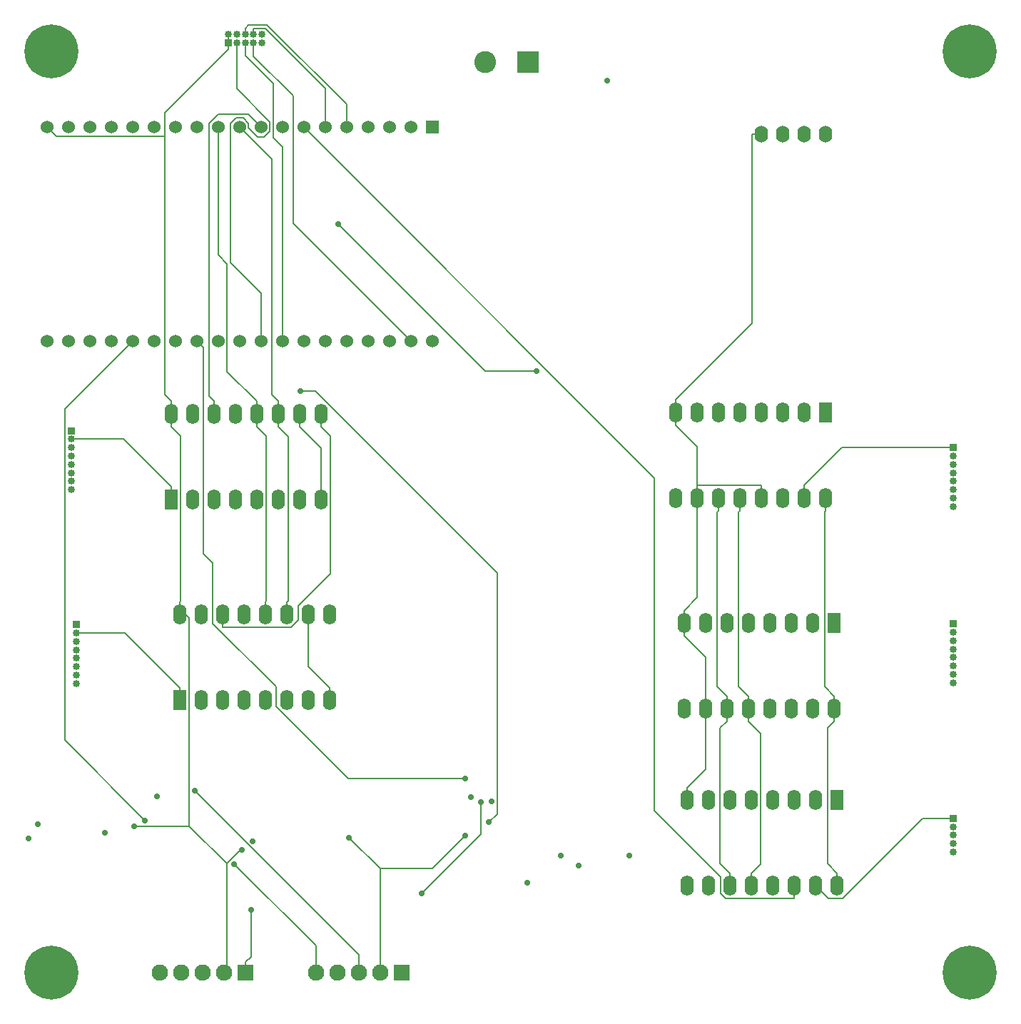
<source format=gbr>
%TF.GenerationSoftware,KiCad,Pcbnew,7.0.10*%
%TF.CreationDate,2024-02-03T22:52:17+05:30*%
%TF.ProjectId,ControlUnit,436f6e74-726f-46c5-956e-69742e6b6963,rev?*%
%TF.SameCoordinates,Original*%
%TF.FileFunction,Copper,L3,Inr*%
%TF.FilePolarity,Positive*%
%FSLAX46Y46*%
G04 Gerber Fmt 4.6, Leading zero omitted, Abs format (unit mm)*
G04 Created by KiCad (PCBNEW 7.0.10) date 2024-02-03 22:52:17*
%MOMM*%
%LPD*%
G01*
G04 APERTURE LIST*
%TA.AperFunction,ComponentPad*%
%ADD10R,1.600000X2.400000*%
%TD*%
%TA.AperFunction,ComponentPad*%
%ADD11O,1.600000X2.400000*%
%TD*%
%TA.AperFunction,ComponentPad*%
%ADD12C,1.930400*%
%TD*%
%TA.AperFunction,ComponentPad*%
%ADD13R,1.930400X1.930400*%
%TD*%
%TA.AperFunction,ComponentPad*%
%ADD14R,1.530000X1.530000*%
%TD*%
%TA.AperFunction,ComponentPad*%
%ADD15C,1.530000*%
%TD*%
%TA.AperFunction,ComponentPad*%
%ADD16R,0.850000X0.850000*%
%TD*%
%TA.AperFunction,ComponentPad*%
%ADD17O,0.850000X0.850000*%
%TD*%
%TA.AperFunction,ComponentPad*%
%ADD18C,0.800000*%
%TD*%
%TA.AperFunction,ComponentPad*%
%ADD19C,6.400000*%
%TD*%
%TA.AperFunction,ComponentPad*%
%ADD20O,1.600000X2.000000*%
%TD*%
%TA.AperFunction,ComponentPad*%
%ADD21R,2.600000X2.600000*%
%TD*%
%TA.AperFunction,ComponentPad*%
%ADD22C,2.600000*%
%TD*%
%TA.AperFunction,ViaPad*%
%ADD23C,0.700000*%
%TD*%
%TA.AperFunction,Conductor*%
%ADD24C,0.200000*%
%TD*%
G04 APERTURE END LIST*
D10*
%TO.N,Net-(J3-Pin_2)*%
%TO.C,U6*%
X179240000Y-133840000D03*
D11*
%TO.N,Net-(J3-Pin_3)*%
X176700000Y-133840000D03*
%TO.N,Net-(J3-Pin_4)*%
X174160000Y-133840000D03*
%TO.N,Net-(J3-Pin_5)*%
X171620000Y-133840000D03*
%TO.N,unconnected-(U6-QF-Pad5)*%
X169080000Y-133840000D03*
%TO.N,unconnected-(U6-QG-Pad6)*%
X166540000Y-133840000D03*
%TO.N,unconnected-(U6-QH-Pad7)*%
X164000000Y-133840000D03*
%TO.N,GND*%
X161460000Y-133840000D03*
%TO.N,unconnected-(U6-QH'-Pad9)*%
X161460000Y-144000000D03*
%TO.N,GND*%
X164000000Y-144000000D03*
%TO.N,/CLATCH_PIN*%
X166540000Y-144000000D03*
%TO.N,/CCLOCK_PIN*%
X169080000Y-144000000D03*
%TO.N,GND*%
X171620000Y-144000000D03*
%TO.N,/CD_PIN*%
X174160000Y-144000000D03*
%TO.N,Net-(J3-Pin_1)*%
X176700000Y-144000000D03*
%TO.N,+5V*%
X179240000Y-144000000D03*
%TD*%
D12*
%TO.N,Net-(D3C-A)*%
%TO.C,U5*%
X98920000Y-154302900D03*
%TO.N,Net-(D3B-A)*%
X101460000Y-154302900D03*
D13*
%TO.N,GND*%
X109080000Y-154302900D03*
D12*
%TO.N,Net-(D3A-A)*%
X104000000Y-154302900D03*
%TO.N,+5V*%
X106540000Y-154302900D03*
%TD*%
D14*
%TO.N,+3.3V*%
%TO.C,U1*%
X131200000Y-54000000D03*
D15*
%TO.N,unconnected-(U1-EN-Pad2)*%
X128660000Y-54000000D03*
%TO.N,unconnected-(U1-SENSOR_VP-Pad3)*%
X126120000Y-54000000D03*
%TO.N,unconnected-(U1-SENSOR_VN-Pad4)*%
X123580000Y-54000000D03*
%TO.N,/GPIO34*%
X121040000Y-54000000D03*
%TO.N,/GPIO35*%
X118500000Y-54000000D03*
%TO.N,/CD_PIN*%
X115960000Y-54000000D03*
%TO.N,/GPIO33*%
X113420000Y-54000000D03*
%TO.N,/DATA_A*%
X110880000Y-54000000D03*
%TO.N,/LATCH_PIN*%
X108340000Y-54000000D03*
%TO.N,/CLOCK_PIN*%
X105800000Y-54000000D03*
%TO.N,/CLATCH_PIN*%
X103260000Y-54000000D03*
%TO.N,/DATA_B*%
X100720000Y-54000000D03*
%TO.N,unconnected-(U1-GND1-Pad14)*%
X98180000Y-54000000D03*
%TO.N,/LED_BUILT_IN*%
X95640000Y-54000000D03*
%TO.N,unconnected-(U1-SD2-Pad16)*%
X93100000Y-54000000D03*
%TO.N,unconnected-(U1-SD3-Pad17)*%
X90560000Y-54000000D03*
%TO.N,unconnected-(U1-CMD-Pad18)*%
X88020000Y-54000000D03*
%TO.N,+5V*%
X85480000Y-54000000D03*
%TO.N,unconnected-(U1-CLK-Pad20)*%
X85480000Y-79400000D03*
%TO.N,unconnected-(U1-SD0-Pad21)*%
X88020000Y-79400000D03*
%TO.N,unconnected-(U1-SD1-Pad22)*%
X90560000Y-79400000D03*
%TO.N,/OUTPUTA*%
X93100000Y-79400000D03*
%TO.N,/OUTPUTB*%
X95640000Y-79400000D03*
%TO.N,/SELECT_SW*%
X98180000Y-79400000D03*
%TO.N,/CCLOCK_PIN*%
X100720000Y-79400000D03*
%TO.N,/CLK*%
X103260000Y-79400000D03*
%TO.N,/DT*%
X105800000Y-79400000D03*
%TO.N,/SW*%
X108340000Y-79400000D03*
%TO.N,/GPIO18*%
X110880000Y-79400000D03*
%TO.N,/GPIO19*%
X113420000Y-79400000D03*
%TO.N,unconnected-(U1-GND2-Pad32)*%
X115960000Y-79400000D03*
%TO.N,/SDA*%
X118500000Y-79400000D03*
%TO.N,unconnected-(U1-RXD0-Pad34)*%
X121040000Y-79400000D03*
%TO.N,unconnected-(U1-TXD0-Pad35)*%
X123580000Y-79400000D03*
%TO.N,/SCK*%
X126120000Y-79400000D03*
%TO.N,/GPIO23*%
X128660000Y-79400000D03*
%TO.N,GND*%
X131200000Y-79400000D03*
%TD*%
D16*
%TO.N,Net-(J7-Pin_1)*%
%TO.C,J7*%
X193000000Y-92000000D03*
D17*
%TO.N,Net-(J7-Pin_2)*%
X193000000Y-93000000D03*
%TO.N,Net-(J7-Pin_3)*%
X193000000Y-94000000D03*
%TO.N,Net-(J7-Pin_4)*%
X193000000Y-95000000D03*
%TO.N,Net-(J7-Pin_5)*%
X193000000Y-96000000D03*
%TO.N,Net-(J7-Pin_6)*%
X193000000Y-97000000D03*
%TO.N,Net-(J7-Pin_7)*%
X193000000Y-98000000D03*
%TO.N,Net-(J7-Pin_8)*%
X193000000Y-99000000D03*
%TD*%
D16*
%TO.N,Net-(J8-Pin_1)*%
%TO.C,J8*%
X89000000Y-113000000D03*
D17*
%TO.N,Net-(J8-Pin_2)*%
X89000000Y-114000000D03*
%TO.N,Net-(J8-Pin_3)*%
X89000000Y-115000000D03*
%TO.N,Net-(J8-Pin_4)*%
X89000000Y-116000000D03*
%TO.N,Net-(J8-Pin_5)*%
X89000000Y-117000000D03*
%TO.N,Net-(J8-Pin_6)*%
X89000000Y-118000000D03*
%TO.N,Net-(J8-Pin_7)*%
X89000000Y-119000000D03*
%TO.N,Net-(J8-Pin_8)*%
X89000000Y-120000000D03*
%TD*%
D16*
%TO.N,Net-(J9-Pin_1)*%
%TO.C,J9*%
X88350000Y-90000000D03*
D17*
%TO.N,Net-(J9-Pin_2)*%
X88350000Y-91000000D03*
%TO.N,Net-(J9-Pin_3)*%
X88350000Y-92000000D03*
%TO.N,Net-(J9-Pin_4)*%
X88350000Y-93000000D03*
%TO.N,Net-(J9-Pin_5)*%
X88350000Y-94000000D03*
%TO.N,Net-(J9-Pin_6)*%
X88350000Y-95000000D03*
%TO.N,Net-(J9-Pin_7)*%
X88350000Y-96000000D03*
%TO.N,Net-(J9-Pin_8)*%
X88350000Y-97000000D03*
%TD*%
D16*
%TO.N,Net-(J10-Pin_1)*%
%TO.C,J10*%
X193000000Y-112915000D03*
D17*
%TO.N,Net-(J10-Pin_2)*%
X193000000Y-113915000D03*
%TO.N,Net-(J10-Pin_3)*%
X193000000Y-114915000D03*
%TO.N,Net-(J10-Pin_4)*%
X193000000Y-115915000D03*
%TO.N,Net-(J10-Pin_5)*%
X193000000Y-116915000D03*
%TO.N,Net-(J10-Pin_6)*%
X193000000Y-117915000D03*
%TO.N,Net-(J10-Pin_7)*%
X193000000Y-118915000D03*
%TO.N,Net-(J10-Pin_8)*%
X193000000Y-119915000D03*
%TD*%
D18*
%TO.N,GND*%
%TO.C,H4*%
X83600000Y-154302900D03*
X84302944Y-152605844D03*
X84302944Y-155999956D03*
X86000000Y-151902900D03*
D19*
X86000000Y-154302900D03*
D18*
X86000000Y-156702900D03*
X87697056Y-152605844D03*
X87697056Y-155999956D03*
X88400000Y-154302900D03*
%TD*%
D10*
%TO.N,Net-(J10-Pin_2)*%
%TO.C,U10*%
X178875000Y-112840000D03*
D11*
%TO.N,Net-(J10-Pin_3)*%
X176335000Y-112840000D03*
%TO.N,Net-(J10-Pin_4)*%
X173795000Y-112840000D03*
%TO.N,Net-(J10-Pin_5)*%
X171255000Y-112840000D03*
%TO.N,Net-(J10-Pin_6)*%
X168715000Y-112840000D03*
%TO.N,Net-(J10-Pin_7)*%
X166175000Y-112840000D03*
%TO.N,Net-(J10-Pin_8)*%
X163635000Y-112840000D03*
%TO.N,GND*%
X161095000Y-112840000D03*
%TO.N,unconnected-(U10-QH'-Pad9)*%
X161095000Y-123000000D03*
%TO.N,GND*%
X163635000Y-123000000D03*
%TO.N,/CLATCH_PIN*%
X166175000Y-123000000D03*
%TO.N,/CCLOCK_PIN*%
X168715000Y-123000000D03*
%TO.N,GND*%
X171255000Y-123000000D03*
%TO.N,Net-(U10-SER)*%
X173795000Y-123000000D03*
%TO.N,Net-(J10-Pin_1)*%
X176335000Y-123000000D03*
%TO.N,+5V*%
X178875000Y-123000000D03*
%TD*%
D18*
%TO.N,GND*%
%TO.C,H1*%
X83600000Y-45000000D03*
X84302944Y-43302944D03*
X84302944Y-46697056D03*
X86000000Y-42600000D03*
D19*
X86000000Y-45000000D03*
D18*
X86000000Y-47400000D03*
X87697056Y-43302944D03*
X87697056Y-46697056D03*
X88400000Y-45000000D03*
%TD*%
D20*
%TO.N,GND*%
%TO.C,Brd1*%
X170280000Y-54800000D03*
%TO.N,+3.3V*%
X172820000Y-54800000D03*
%TO.N,/SCK*%
X175360000Y-54800000D03*
%TO.N,/SDA*%
X177900000Y-54800000D03*
%TD*%
D16*
%TO.N,+5V*%
%TO.C,J4*%
X107000000Y-44000000D03*
D17*
X107000000Y-43000000D03*
%TO.N,/GPIO18*%
X108000000Y-44000000D03*
%TO.N,/GPIO33*%
X108000000Y-43000000D03*
%TO.N,/GPIO19*%
X109000000Y-44000000D03*
%TO.N,/GPIO34*%
X109000000Y-43000000D03*
%TO.N,/GPIO23*%
X110000000Y-44000000D03*
%TO.N,/GPIO35*%
X110000000Y-43000000D03*
%TO.N,GND*%
X111000000Y-44000000D03*
X111000000Y-43000000D03*
%TD*%
D18*
%TO.N,GND*%
%TO.C,H3*%
X192600000Y-154302900D03*
X193302944Y-152605844D03*
X193302944Y-155999956D03*
X195000000Y-151902900D03*
D19*
X195000000Y-154302900D03*
D18*
X195000000Y-156702900D03*
X196697056Y-152605844D03*
X196697056Y-155999956D03*
X197400000Y-154302900D03*
%TD*%
%TO.N,GND*%
%TO.C,H2*%
X192600000Y-45000000D03*
X193302944Y-43302944D03*
X193302944Y-46697056D03*
X195000000Y-42600000D03*
D19*
X195000000Y-45000000D03*
D18*
X195000000Y-47400000D03*
X196697056Y-43302944D03*
X196697056Y-46697056D03*
X197400000Y-45000000D03*
%TD*%
D10*
%TO.N,Net-(J8-Pin_2)*%
%TO.C,U8*%
X101220000Y-122000000D03*
D11*
%TO.N,Net-(J8-Pin_3)*%
X103760000Y-122000000D03*
%TO.N,Net-(J8-Pin_4)*%
X106300000Y-122000000D03*
%TO.N,Net-(J8-Pin_5)*%
X108840000Y-122000000D03*
%TO.N,Net-(J8-Pin_6)*%
X111380000Y-122000000D03*
%TO.N,Net-(J8-Pin_7)*%
X113920000Y-122000000D03*
%TO.N,Net-(J8-Pin_8)*%
X116460000Y-122000000D03*
%TO.N,GND*%
X119000000Y-122000000D03*
%TO.N,unconnected-(U8-QH'-Pad9)*%
X119000000Y-111840000D03*
%TO.N,GND*%
X116460000Y-111840000D03*
%TO.N,/LATCH_PIN*%
X113920000Y-111840000D03*
%TO.N,/CLOCK_PIN*%
X111380000Y-111840000D03*
%TO.N,GND*%
X108840000Y-111840000D03*
%TO.N,Net-(U7-QH')*%
X106300000Y-111840000D03*
%TO.N,Net-(J8-Pin_1)*%
X103760000Y-111840000D03*
%TO.N,+5V*%
X101220000Y-111840000D03*
%TD*%
D10*
%TO.N,Net-(J7-Pin_2)*%
%TO.C,U9*%
X177875000Y-87840000D03*
D11*
%TO.N,Net-(J7-Pin_3)*%
X175335000Y-87840000D03*
%TO.N,Net-(J7-Pin_4)*%
X172795000Y-87840000D03*
%TO.N,Net-(J7-Pin_5)*%
X170255000Y-87840000D03*
%TO.N,Net-(J7-Pin_6)*%
X167715000Y-87840000D03*
%TO.N,Net-(J7-Pin_7)*%
X165175000Y-87840000D03*
%TO.N,Net-(J7-Pin_8)*%
X162635000Y-87840000D03*
%TO.N,GND*%
X160095000Y-87840000D03*
%TO.N,Net-(U10-SER)*%
X160095000Y-98000000D03*
%TO.N,GND*%
X162635000Y-98000000D03*
%TO.N,/CLATCH_PIN*%
X165175000Y-98000000D03*
%TO.N,/CCLOCK_PIN*%
X167715000Y-98000000D03*
%TO.N,GND*%
X170255000Y-98000000D03*
%TO.N,/DATA_B*%
X172795000Y-98000000D03*
%TO.N,Net-(J7-Pin_1)*%
X175335000Y-98000000D03*
%TO.N,+5V*%
X177875000Y-98000000D03*
%TD*%
D10*
%TO.N,Net-(J9-Pin_2)*%
%TO.C,U7*%
X100220000Y-98160000D03*
D11*
%TO.N,Net-(J9-Pin_3)*%
X102760000Y-98160000D03*
%TO.N,Net-(J9-Pin_4)*%
X105300000Y-98160000D03*
%TO.N,Net-(J9-Pin_5)*%
X107840000Y-98160000D03*
%TO.N,Net-(J9-Pin_6)*%
X110380000Y-98160000D03*
%TO.N,Net-(J9-Pin_7)*%
X112920000Y-98160000D03*
%TO.N,Net-(J9-Pin_8)*%
X115460000Y-98160000D03*
%TO.N,GND*%
X118000000Y-98160000D03*
%TO.N,Net-(U7-QH')*%
X118000000Y-88000000D03*
%TO.N,GND*%
X115460000Y-88000000D03*
%TO.N,/LATCH_PIN*%
X112920000Y-88000000D03*
%TO.N,/CLOCK_PIN*%
X110380000Y-88000000D03*
%TO.N,GND*%
X107840000Y-88000000D03*
%TO.N,/DATA_A*%
X105300000Y-88000000D03*
%TO.N,Net-(J9-Pin_1)*%
X102760000Y-88000000D03*
%TO.N,+5V*%
X100220000Y-88000000D03*
%TD*%
D16*
%TO.N,Net-(J3-Pin_1)*%
%TO.C,J3*%
X193000000Y-136000000D03*
D17*
%TO.N,Net-(J3-Pin_2)*%
X193000000Y-137000000D03*
%TO.N,Net-(J3-Pin_3)*%
X193000000Y-138000000D03*
%TO.N,Net-(J3-Pin_4)*%
X193000000Y-139000000D03*
%TO.N,Net-(J3-Pin_5)*%
X193000000Y-140000000D03*
%TD*%
D12*
%TO.N,Net-(D2C-A)*%
%TO.C,U17*%
X117380000Y-154302900D03*
%TO.N,Net-(D2B-A)*%
X119920000Y-154302900D03*
D13*
%TO.N,GND*%
X127540000Y-154302900D03*
D12*
%TO.N,Net-(D2A-A)*%
X122460000Y-154302900D03*
%TO.N,+5V*%
X125000000Y-154302900D03*
%TD*%
D21*
%TO.N,+5V*%
%TO.C,J2*%
X142545000Y-46305000D03*
D22*
%TO.N,GND*%
X137465000Y-46305000D03*
%TD*%
D23*
%TO.N,GND*%
X109706800Y-146816500D03*
%TO.N,/DT*%
X137931200Y-136474600D03*
X115529900Y-85272300D03*
%TO.N,/CLK*%
X135135600Y-131272500D03*
%TO.N,/SELECT_SW*%
X84400000Y-136705100D03*
%TO.N,/OUTPUTB*%
X97140800Y-136239500D03*
%TO.N,/CLATCH_PIN*%
X120066700Y-65507000D03*
X143542300Y-82944000D03*
%TO.N,/LED_BUILT_IN*%
X152002300Y-48435000D03*
%TO.N,Net-(D3C-A)*%
X154561900Y-140390600D03*
X135800600Y-133514700D03*
%TO.N,Net-(D3B-A)*%
X142452500Y-143599500D03*
%TO.N,Net-(D3A-A)*%
X129960900Y-144885700D03*
X136963700Y-134051700D03*
%TO.N,Net-(D2C-A)*%
X107679800Y-141397300D03*
%TO.N,Net-(D2A-A)*%
X103020800Y-132748900D03*
X92345700Y-137723700D03*
%TO.N,Net-(D3C-K)*%
X138273200Y-133956000D03*
X148617600Y-141591100D03*
%TO.N,Net-(D2C-K)*%
X98503000Y-133406100D03*
X109926200Y-138726800D03*
%TO.N,+5V*%
X108620300Y-139734300D03*
X95829700Y-136904100D03*
X83335800Y-138377200D03*
X121345500Y-138306100D03*
X135143800Y-138080100D03*
X146484400Y-140399900D03*
%TD*%
D24*
%TO.N,GND*%
X196697100Y-45702900D02*
X196697100Y-46697100D01*
X197400000Y-45000000D02*
X196697100Y-45702900D01*
X196697100Y-44297100D02*
X196697100Y-43302900D01*
X197400000Y-45000000D02*
X196697100Y-44297100D01*
X196697100Y-155005800D02*
X196697100Y-156000000D01*
X197400000Y-154302900D02*
X196697100Y-155005800D01*
X196697100Y-153600000D02*
X196697100Y-152605800D01*
X197400000Y-154302900D02*
X196697100Y-153600000D01*
X193302900Y-155005800D02*
X193302900Y-156000000D01*
X192600000Y-154302900D02*
X193302900Y-155005800D01*
X87697100Y-45702900D02*
X87697100Y-46697100D01*
X88400000Y-45000000D02*
X87697100Y-45702900D01*
X87697100Y-44297100D02*
X87697100Y-43302900D01*
X88400000Y-45000000D02*
X87697100Y-44297100D01*
X84302900Y-45702900D02*
X84302900Y-46697100D01*
X83600000Y-45000000D02*
X84302900Y-45702900D01*
X87697100Y-155005800D02*
X87697100Y-156000000D01*
X88400000Y-154302900D02*
X87697100Y-155005800D01*
X87697100Y-153600000D02*
X87697100Y-152605800D01*
X88400000Y-154302900D02*
X87697100Y-153600000D01*
X84302900Y-155005800D02*
X84302900Y-156000000D01*
X83600000Y-154302900D02*
X84302900Y-155005800D01*
X160095000Y-87840000D02*
X160095000Y-89341900D01*
X161095000Y-112840000D02*
X161095000Y-114341900D01*
X163635000Y-116881900D02*
X163635000Y-123000000D01*
X161095000Y-114341900D02*
X163635000Y-116881900D01*
X163635000Y-130163100D02*
X161460000Y-132338100D01*
X163635000Y-123000000D02*
X163635000Y-130163100D01*
X161460000Y-133840000D02*
X161460000Y-132338100D01*
X169178100Y-77255000D02*
X160095000Y-86338100D01*
X169178100Y-54800000D02*
X169178100Y-77255000D01*
X170280000Y-54800000D02*
X169178100Y-54800000D01*
X160095000Y-87840000D02*
X160095000Y-86338100D01*
X83600000Y-153308700D02*
X83600000Y-154302900D01*
X84302900Y-152605800D02*
X83600000Y-153308700D01*
X83600000Y-44005800D02*
X83600000Y-45000000D01*
X84302900Y-43302900D02*
X83600000Y-44005800D01*
X115460000Y-88000000D02*
X115460000Y-89501900D01*
X116460100Y-113341900D02*
X116460000Y-113341900D01*
X116460100Y-117958200D02*
X116460100Y-113341900D01*
X119000000Y-120498100D02*
X116460100Y-117958200D01*
X119000000Y-122000000D02*
X119000000Y-120498100D01*
X116460000Y-111840000D02*
X116460000Y-113341900D01*
X85005800Y-156702900D02*
X84302900Y-156000000D01*
X86000000Y-156702900D02*
X85005800Y-156702900D01*
X170255000Y-98000000D02*
X170255000Y-96498100D01*
X162635000Y-96498100D02*
X170255000Y-96498100D01*
X162635000Y-91881900D02*
X162635000Y-96498100D01*
X160095000Y-89341900D02*
X162635000Y-91881900D01*
X109706800Y-152409000D02*
X109706800Y-146816500D01*
X109080000Y-153035800D02*
X109706800Y-152409000D01*
X109080000Y-154302900D02*
X109080000Y-153035800D01*
X118000000Y-92041900D02*
X118000000Y-98160000D01*
X115460000Y-89501900D02*
X118000000Y-92041900D01*
X162635000Y-96498100D02*
X162635000Y-98000000D01*
X162635000Y-109798100D02*
X161095000Y-111338100D01*
X162635000Y-98000000D02*
X162635000Y-109798100D01*
X161095000Y-112840000D02*
X161095000Y-111338100D01*
%TO.N,Net-(U7-QH')*%
X114416800Y-113341900D02*
X106300000Y-113341900D01*
X115276400Y-112482300D02*
X114416800Y-113341900D01*
X115276400Y-110823400D02*
X115276400Y-112482300D01*
X119131300Y-106968500D02*
X115276400Y-110823400D01*
X119131300Y-90633200D02*
X119131300Y-106968500D01*
X118000000Y-89501900D02*
X119131300Y-90633200D01*
X118000000Y-88000000D02*
X118000000Y-89501900D01*
X106300000Y-111840000D02*
X106300000Y-113341900D01*
%TO.N,/DT*%
X138929700Y-135476100D02*
X137931200Y-136474600D01*
X138929700Y-106896400D02*
X138929700Y-135476100D01*
X117305600Y-85272300D02*
X138929700Y-106896400D01*
X115529900Y-85272300D02*
X117305600Y-85272300D01*
%TO.N,/CLK*%
X121216200Y-131272500D02*
X135135600Y-131272500D01*
X112650000Y-122706300D02*
X121216200Y-131272500D01*
X112650000Y-120390200D02*
X112650000Y-122706300D01*
X105171700Y-112911900D02*
X112650000Y-120390200D01*
X105171700Y-105741900D02*
X105171700Y-112911900D01*
X104030000Y-104600200D02*
X105171700Y-105741900D01*
X104030000Y-80170000D02*
X104030000Y-104600200D01*
X103260000Y-79400000D02*
X104030000Y-80170000D01*
%TO.N,/CCLOCK_PIN*%
X170183200Y-141394900D02*
X169080000Y-142498100D01*
X170183200Y-125970100D02*
X170183200Y-141394900D01*
X168715000Y-124501900D02*
X170183200Y-125970100D01*
X168715000Y-123000000D02*
X168715000Y-124501900D01*
X169080000Y-144000000D02*
X169080000Y-142498100D01*
X167580100Y-120363200D02*
X168715000Y-121498100D01*
X167580100Y-99636800D02*
X167580100Y-120363200D01*
X167715000Y-99501900D02*
X167580100Y-99636800D01*
X167715000Y-98000000D02*
X167715000Y-99501900D01*
X168715000Y-123000000D02*
X168715000Y-121498100D01*
%TO.N,/OUTPUTB*%
X87583600Y-126682300D02*
X97140800Y-136239500D01*
X87583600Y-87456400D02*
X87583600Y-126682300D01*
X95640000Y-79400000D02*
X87583600Y-87456400D01*
%TO.N,/CLATCH_PIN*%
X165383200Y-141341300D02*
X166540000Y-142498100D01*
X165383200Y-125293700D02*
X165383200Y-141341300D01*
X166175000Y-124501900D02*
X165383200Y-125293700D01*
X166175000Y-123000000D02*
X166175000Y-124501900D01*
X166540000Y-144000000D02*
X166540000Y-142498100D01*
X165040100Y-120363200D02*
X166175000Y-121498100D01*
X165040100Y-99636800D02*
X165040100Y-120363200D01*
X165175000Y-99501900D02*
X165040100Y-99636800D01*
X165175000Y-98000000D02*
X165175000Y-99501900D01*
X166175000Y-123000000D02*
X166175000Y-121498100D01*
X137503700Y-82944000D02*
X143542300Y-82944000D01*
X120066700Y-65507000D02*
X137503700Y-82944000D01*
%TO.N,/CLOCK_PIN*%
X111380000Y-111840000D02*
X111380000Y-110338100D01*
X110380000Y-88750900D02*
X110380000Y-89501900D01*
X110380000Y-88750900D02*
X110380000Y-88000000D01*
X110380000Y-88000000D02*
X110380000Y-86498100D01*
X111515000Y-90636900D02*
X110380000Y-89501900D01*
X111515000Y-110203100D02*
X111515000Y-90636900D01*
X111380000Y-110338100D02*
X111515000Y-110203100D01*
X106868400Y-82986500D02*
X110380000Y-86498100D01*
X106868400Y-70226200D02*
X106868400Y-82986500D01*
X105800000Y-69157800D02*
X106868400Y-70226200D01*
X105800000Y-54000000D02*
X105800000Y-69157800D01*
%TO.N,/LATCH_PIN*%
X113920000Y-111840000D02*
X113920000Y-110338100D01*
X112920000Y-88000000D02*
X112920000Y-86498100D01*
X114097400Y-110160700D02*
X113920000Y-110338100D01*
X114097400Y-90679300D02*
X114097400Y-110160700D01*
X112920000Y-89501900D02*
X114097400Y-90679300D01*
X112920000Y-88000000D02*
X112920000Y-89501900D01*
X112150000Y-57810000D02*
X108340000Y-54000000D01*
X112150000Y-85728100D02*
X112150000Y-57810000D01*
X112920000Y-86498100D02*
X112150000Y-85728100D01*
%TO.N,/DATA_A*%
X109368200Y-52488200D02*
X110880000Y-54000000D01*
X105791700Y-52488200D02*
X109368200Y-52488200D01*
X104697400Y-53582500D02*
X105791700Y-52488200D01*
X104697400Y-85895500D02*
X104697400Y-53582500D01*
X105300000Y-86498100D02*
X104697400Y-85895500D01*
X105300000Y-88000000D02*
X105300000Y-86498100D01*
%TO.N,/CD_PIN*%
X166050000Y-145501900D02*
X174160000Y-145501900D01*
X165411500Y-144863400D02*
X166050000Y-145501900D01*
X165411500Y-142928300D02*
X165411500Y-144863400D01*
X157583600Y-135100400D02*
X165411500Y-142928300D01*
X157583600Y-95623600D02*
X157583600Y-135100400D01*
X115960000Y-54000000D02*
X157583600Y-95623600D01*
X174160000Y-144000000D02*
X174160000Y-145501900D01*
%TO.N,Net-(J9-Pin_2)*%
X94561900Y-91000000D02*
X88350000Y-91000000D01*
X100220000Y-96658100D02*
X94561900Y-91000000D01*
X100220000Y-98160000D02*
X100220000Y-96658100D01*
%TO.N,Net-(J8-Pin_2)*%
X94721900Y-114000000D02*
X89000000Y-114000000D01*
X101220000Y-120498100D02*
X94721900Y-114000000D01*
X101220000Y-122000000D02*
X101220000Y-120498100D01*
%TO.N,Net-(J7-Pin_1)*%
X179833100Y-92000000D02*
X175335000Y-96498100D01*
X193000000Y-92000000D02*
X179833100Y-92000000D01*
X175335000Y-98000000D02*
X175335000Y-96498100D01*
%TO.N,/GPIO35*%
X110000000Y-43000000D02*
X110000000Y-42273100D01*
X118500000Y-49396200D02*
X118500000Y-54000000D01*
X111376900Y-42273100D02*
X118500000Y-49396200D01*
X110000000Y-42273100D02*
X111376900Y-42273100D01*
%TO.N,/GPIO23*%
X114690000Y-65430000D02*
X128660000Y-79400000D01*
X114690000Y-50271800D02*
X114690000Y-65430000D01*
X110000000Y-45581800D02*
X114690000Y-50271800D01*
X110000000Y-44000000D02*
X110000000Y-45581800D01*
%TO.N,/GPIO34*%
X121040000Y-51284200D02*
X121040000Y-54000000D01*
X111616900Y-41861100D02*
X121040000Y-51284200D01*
X109412000Y-41861100D02*
X111616900Y-41861100D01*
X109000000Y-42273100D02*
X109412000Y-41861100D01*
X109000000Y-43000000D02*
X109000000Y-42273100D01*
%TO.N,/GPIO19*%
X109000000Y-44000000D02*
X109000000Y-44726900D01*
X109000000Y-45462700D02*
X109000000Y-44726900D01*
X112351600Y-48814300D02*
X109000000Y-45462700D01*
X112351600Y-55234800D02*
X112351600Y-48814300D01*
X113420000Y-56303200D02*
X112351600Y-55234800D01*
X113420000Y-79400000D02*
X113420000Y-56303200D01*
%TO.N,/GPIO18*%
X110880000Y-73669300D02*
X110880000Y-79400000D01*
X107268800Y-70058100D02*
X110880000Y-73669300D01*
X107268800Y-53545200D02*
X107268800Y-70058100D01*
X107906800Y-52907200D02*
X107268800Y-53545200D01*
X108802800Y-52907200D02*
X107906800Y-52907200D01*
X109406900Y-53511300D02*
X108802800Y-52907200D01*
X109406900Y-54037600D02*
X109406900Y-53511300D01*
X110490800Y-55121500D02*
X109406900Y-54037600D01*
X111282700Y-55121500D02*
X110490800Y-55121500D01*
X111947600Y-54456600D02*
X111282700Y-55121500D01*
X111947600Y-53337400D02*
X111947600Y-54456600D01*
X108000000Y-49389800D02*
X111947600Y-53337400D01*
X108000000Y-44000000D02*
X108000000Y-49389800D01*
%TO.N,Net-(J3-Pin_1)*%
X178217500Y-145517500D02*
X176700000Y-144000000D01*
X179881100Y-145517500D02*
X178217500Y-145517500D01*
X189398600Y-136000000D02*
X179881100Y-145517500D01*
X193000000Y-136000000D02*
X189398600Y-136000000D01*
%TO.N,Net-(D3A-A)*%
X136963700Y-137882900D02*
X136963700Y-134051700D01*
X129960900Y-144885700D02*
X136963700Y-137882900D01*
%TO.N,Net-(D2C-A)*%
X117380000Y-151097500D02*
X107679800Y-141397300D01*
X117380000Y-154302900D02*
X117380000Y-151097500D01*
%TO.N,Net-(D2A-A)*%
X122460000Y-152188100D02*
X103020800Y-132748900D01*
X122460000Y-154302900D02*
X122460000Y-152188100D01*
%TO.N,+5V*%
X101348400Y-110209700D02*
X101220000Y-110338100D01*
X101348400Y-90630300D02*
X101348400Y-110209700D01*
X100220000Y-89501900D02*
X101348400Y-90630300D01*
X100220000Y-88000000D02*
X100220000Y-89501900D01*
X101220000Y-111840000D02*
X101220000Y-111089000D01*
X101220000Y-111089000D02*
X101220000Y-110338100D01*
X107000000Y-43000000D02*
X107000000Y-44000000D01*
X177746800Y-120369900D02*
X178875000Y-121498100D01*
X177746800Y-99630100D02*
X177746800Y-120369900D01*
X177875000Y-99501900D02*
X177746800Y-99630100D01*
X177875000Y-98000000D02*
X177875000Y-99501900D01*
X178875000Y-122249000D02*
X178875000Y-121498100D01*
X178875000Y-122249000D02*
X178875000Y-123000000D01*
X178111800Y-141369900D02*
X179240000Y-142498100D01*
X178111800Y-125265100D02*
X178111800Y-141369900D01*
X178875000Y-124501900D02*
X178111800Y-125265100D01*
X178875000Y-123000000D02*
X178875000Y-124501900D01*
X179240000Y-144000000D02*
X179240000Y-142498100D01*
X100220000Y-88000000D02*
X100220000Y-86498100D01*
X107000000Y-44000000D02*
X107000000Y-44726900D01*
X86568200Y-55088200D02*
X99450000Y-55088200D01*
X85480000Y-54000000D02*
X86568200Y-55088200D01*
X99450000Y-85728100D02*
X99450000Y-55088200D01*
X100220000Y-86498100D02*
X99450000Y-85728100D01*
X99450000Y-52276900D02*
X107000000Y-44726900D01*
X99450000Y-55088200D02*
X99450000Y-52276900D01*
X102348400Y-136904100D02*
X95829700Y-136904100D01*
X102348400Y-112217400D02*
X101220000Y-111089000D01*
X102348400Y-136904100D02*
X102348400Y-112217400D01*
X106798700Y-154044200D02*
X106540000Y-154302900D01*
X106798700Y-141354400D02*
X106798700Y-154044200D01*
X108418800Y-139734300D02*
X106798700Y-141354400D01*
X108620300Y-139734300D02*
X108418800Y-139734300D01*
X106798700Y-141354400D02*
X102348400Y-136904100D01*
X121345500Y-138306100D02*
X125000000Y-141960600D01*
X125000000Y-141960600D02*
X125000000Y-154302900D01*
X131263300Y-141960600D02*
X135143800Y-138080100D01*
X125000000Y-141960600D02*
X131263300Y-141960600D01*
%TD*%
M02*

</source>
